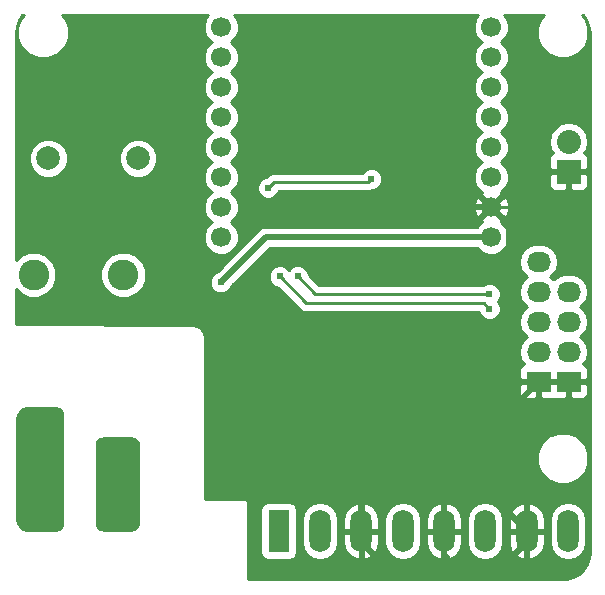
<source format=gbl>
G04 #@! TF.GenerationSoftware,KiCad,Pcbnew,(5.0.0-3-g5ebb6b6)*
G04 #@! TF.CreationDate,2018-11-06T19:13:36+00:00*
G04 #@! TF.ProjectId,stony_skunk,73746F6E795F736B756E6B2E6B696361,rev?*
G04 #@! TF.SameCoordinates,Original*
G04 #@! TF.FileFunction,Copper,L2,Bot,Signal*
G04 #@! TF.FilePolarity,Positive*
%FSLAX46Y46*%
G04 Gerber Fmt 4.6, Leading zero omitted, Abs format (unit mm)*
G04 Created by KiCad (PCBNEW (5.0.0-3-g5ebb6b6)) date Tuesday, 06 November 2018 at 19:13:36*
%MOMM*%
%LPD*%
G01*
G04 APERTURE LIST*
G04 #@! TA.AperFunction,ComponentPad*
%ADD10C,1.700000*%
G04 #@! TD*
G04 #@! TA.AperFunction,ComponentPad*
%ADD11R,1.800000X3.600000*%
G04 #@! TD*
G04 #@! TA.AperFunction,ComponentPad*
%ADD12O,1.800000X3.600000*%
G04 #@! TD*
G04 #@! TA.AperFunction,ComponentPad*
%ADD13R,2.032000X1.727200*%
G04 #@! TD*
G04 #@! TA.AperFunction,ComponentPad*
%ADD14O,2.032000X1.727200*%
G04 #@! TD*
G04 #@! TA.AperFunction,ComponentPad*
%ADD15R,2.032000X2.032000*%
G04 #@! TD*
G04 #@! TA.AperFunction,ComponentPad*
%ADD16O,2.032000X2.032000*%
G04 #@! TD*
G04 #@! TA.AperFunction,ComponentPad*
%ADD17C,2.000000*%
G04 #@! TD*
G04 #@! TA.AperFunction,ComponentPad*
%ADD18R,2.100000X3.600000*%
G04 #@! TD*
G04 #@! TA.AperFunction,ComponentPad*
%ADD19O,2.100000X3.600000*%
G04 #@! TD*
G04 #@! TA.AperFunction,ComponentPad*
%ADD20C,2.600000*%
G04 #@! TD*
G04 #@! TA.AperFunction,ViaPad*
%ADD21C,0.609600*%
G04 #@! TD*
G04 #@! TA.AperFunction,Conductor*
%ADD22C,0.508000*%
G04 #@! TD*
G04 #@! TA.AperFunction,Conductor*
%ADD23C,0.254000*%
G04 #@! TD*
G04 APERTURE END LIST*
D10*
G04 #@! TO.P,U1,1*
G04 #@! TO.N,Net-(U1-Pad1)*
X78540000Y-58890000D03*
G04 #@! TO.P,U1,2*
G04 #@! TO.N,ADC*
X78540000Y-61430000D03*
G04 #@! TO.P,U1,3*
G04 #@! TO.N,Net-(U1-Pad3)*
X78540000Y-63970000D03*
G04 #@! TO.P,U1,4*
G04 #@! TO.N,RELAY*
X78540000Y-66510000D03*
G04 #@! TO.P,U1,5*
G04 #@! TO.N,SCL*
X78540000Y-69050000D03*
G04 #@! TO.P,U1,6*
G04 #@! TO.N,SDA*
X78540000Y-71590000D03*
G04 #@! TO.P,U1,7*
G04 #@! TO.N,BUZZER*
X78540000Y-74130000D03*
G04 #@! TO.P,U1,8*
G04 #@! TO.N,+3V3*
X78540000Y-76670000D03*
G04 #@! TO.P,U1,9*
G04 #@! TO.N,+5V*
X101400000Y-76670000D03*
G04 #@! TO.P,U1,10*
G04 #@! TO.N,GND*
X101400000Y-74130000D03*
G04 #@! TO.P,U1,11*
G04 #@! TO.N,PN532_RESET*
X101400000Y-71590000D03*
G04 #@! TO.P,U1,12*
G04 #@! TO.N,GPIO0*
X101400000Y-69050000D03*
G04 #@! TO.P,U1,13*
G04 #@! TO.N,BUTTON_A*
X101400000Y-66510000D03*
G04 #@! TO.P,U1,14*
G04 #@! TO.N,BUTTON_B*
X101400000Y-63970000D03*
G04 #@! TO.P,U1,15*
G04 #@! TO.N,Net-(U1-Pad15)*
X101400000Y-61430000D03*
G04 #@! TO.P,U1,16*
G04 #@! TO.N,Net-(U1-Pad16)*
X101400000Y-58890000D03*
G04 #@! TD*
D11*
G04 #@! TO.P,P1,1*
G04 #@! TO.N,CURRENT_A*
X83400000Y-101550000D03*
D12*
G04 #@! TO.P,P1,2*
G04 #@! TO.N,CURRENT_B*
X86900000Y-101550000D03*
G04 #@! TO.P,P1,3*
G04 #@! TO.N,GND*
X90400000Y-101550000D03*
G04 #@! TO.P,P1,4*
G04 #@! TO.N,BUTTON_A*
X93900000Y-101550000D03*
G04 #@! TO.P,P1,5*
G04 #@! TO.N,GND*
X97400000Y-101550000D03*
G04 #@! TO.P,P1,6*
G04 #@! TO.N,BUTTON_B*
X100900000Y-101550000D03*
G04 #@! TO.P,P1,7*
G04 #@! TO.N,GND*
X104400000Y-101550000D03*
G04 #@! TO.P,P1,8*
G04 #@! TO.N,+5V*
X107900000Y-101550000D03*
G04 #@! TD*
D13*
G04 #@! TO.P,P2,1*
G04 #@! TO.N,GND*
X107950000Y-88900000D03*
D14*
G04 #@! TO.P,P2,2*
G04 #@! TO.N,+5V*
X107950000Y-86360000D03*
G04 #@! TO.P,P2,3*
G04 #@! TO.N,SDA*
X107950000Y-83820000D03*
G04 #@! TO.P,P2,4*
G04 #@! TO.N,SCL*
X107950000Y-81280000D03*
G04 #@! TD*
D13*
G04 #@! TO.P,P4,1*
G04 #@! TO.N,GND*
X105410000Y-88900000D03*
D14*
G04 #@! TO.P,P4,2*
G04 #@! TO.N,+5V*
X105410000Y-86360000D03*
G04 #@! TO.P,P4,3*
G04 #@! TO.N,SDA*
X105410000Y-83820000D03*
G04 #@! TO.P,P4,4*
G04 #@! TO.N,SCL*
X105410000Y-81280000D03*
G04 #@! TO.P,P4,5*
G04 #@! TO.N,PN532_RESET*
X105410000Y-78740000D03*
G04 #@! TD*
D15*
G04 #@! TO.P,P7,1*
G04 #@! TO.N,GND*
X107950000Y-71120000D03*
D16*
G04 #@! TO.P,P7,2*
G04 #@! TO.N,GPIO0*
X107950000Y-68580000D03*
G04 #@! TD*
D17*
G04 #@! TO.P,SP1,1*
G04 #@! TO.N,+5V*
X63900320Y-70000000D03*
G04 #@! TO.P,SP1,2*
G04 #@! TO.N,Net-(Q2-Pad3)*
X71500000Y-70000000D03*
G04 #@! TD*
D18*
G04 #@! TO.P,P3,1*
G04 #@! TO.N,Net-(P3-Pad1)*
X64050000Y-99550000D03*
D19*
G04 #@! TO.P,P3,2*
G04 #@! TO.N,Net-(P3-Pad2)*
X69050000Y-99550000D03*
G04 #@! TD*
D20*
G04 #@! TO.P,U2,2*
G04 #@! TO.N,Net-(D1-Pad2)*
X62650000Y-79850000D03*
G04 #@! TO.P,U2,1*
G04 #@! TO.N,+5V*
X70250000Y-79850000D03*
G04 #@! TO.P,U2,4*
G04 #@! TO.N,Net-(P3-Pad2)*
X70250000Y-95090000D03*
G04 #@! TO.P,U2,3*
G04 #@! TO.N,Net-(P3-Pad1)*
X62650000Y-92550000D03*
G04 #@! TD*
D21*
G04 #@! TO.N,+5V*
X78500000Y-80500000D03*
G04 #@! TO.N,GND*
X75500000Y-59000000D03*
X81000000Y-84500000D03*
X91200000Y-66500000D03*
G04 #@! TO.N,+3V3*
X91250000Y-71750000D03*
X82500000Y-72500000D03*
G04 #@! TO.N,SDA*
X83500000Y-80000000D03*
X101250000Y-82750000D03*
G04 #@! TO.N,SCL*
X85000000Y-80000000D03*
X101250000Y-81500000D03*
G04 #@! TD*
D22*
G04 #@! TO.N,+5V*
X78804799Y-80195201D02*
X78500000Y-80500000D01*
X82330000Y-76670000D02*
X78804799Y-80195201D01*
X101400000Y-76670000D02*
X82330000Y-76670000D01*
G04 #@! TO.N,GND*
X81000000Y-84500000D02*
X80695201Y-84195201D01*
X75500000Y-79000000D02*
X80695201Y-84195201D01*
X75500000Y-59000000D02*
X75500000Y-79000000D01*
X101400000Y-74130000D02*
X98830000Y-74130000D01*
X98830000Y-74130000D02*
X91200000Y-66500000D01*
X81304799Y-84804799D02*
X81000000Y-84500000D01*
X90400000Y-93900000D02*
X81304799Y-84804799D01*
X90400000Y-101550000D02*
X90400000Y-93900000D01*
D23*
X101400000Y-74130000D02*
X106210000Y-74130000D01*
X106210000Y-74130000D02*
X107950000Y-72390000D01*
X107950000Y-72390000D02*
X107950000Y-71120000D01*
D22*
X101400000Y-74130000D02*
X102870000Y-75600000D01*
X102870000Y-75600000D02*
X102870000Y-91440000D01*
X104400000Y-101550000D02*
X102870000Y-100020000D01*
X102870000Y-91440000D02*
X102905000Y-91405000D01*
X102905000Y-91405000D02*
X105410000Y-88900000D01*
X102870000Y-100020000D02*
X102870000Y-91440000D01*
X105410000Y-88900000D02*
X107950000Y-88900000D01*
X92950000Y-105000000D02*
X99500000Y-105000000D01*
X99500000Y-105000000D02*
X101850000Y-105000000D01*
X97400000Y-103604000D02*
X98796000Y-105000000D01*
X97400000Y-101550000D02*
X97400000Y-103604000D01*
X98796000Y-105000000D02*
X99500000Y-105000000D01*
X101850000Y-105000000D02*
X104400000Y-102450000D01*
X104400000Y-102450000D02*
X104400000Y-101550000D01*
X90400000Y-101550000D02*
X90400000Y-102450000D01*
X90400000Y-102450000D02*
X92950000Y-105000000D01*
X97400000Y-102450000D02*
X97400000Y-101550000D01*
D23*
G04 #@! TO.N,+3V3*
X82500000Y-72500000D02*
X83000000Y-72000000D01*
X83000000Y-72000000D02*
X91000000Y-72000000D01*
X91000000Y-72000000D02*
X91250000Y-71750000D01*
G04 #@! TO.N,SDA*
X101250000Y-82750000D02*
X100750000Y-82250000D01*
X100750000Y-82250000D02*
X85750000Y-82250000D01*
X85750000Y-82250000D02*
X83500000Y-80000000D01*
G04 #@! TO.N,SCL*
X101250000Y-81500000D02*
X86500000Y-81500000D01*
X86500000Y-81500000D02*
X85000000Y-80000000D01*
G04 #@! TO.N,Net-(P3-Pad1)*
X64050000Y-99550000D02*
X64050000Y-93950000D01*
X64050000Y-93950000D02*
X62650000Y-92550000D01*
G04 #@! TO.N,Net-(P3-Pad2)*
X69050000Y-99550000D02*
X69050000Y-96290000D01*
X69050000Y-96290000D02*
X70250000Y-95090000D01*
G04 #@! TD*
G04 #@! TO.N,GND*
G36*
X61597646Y-58112297D02*
X61265000Y-58915376D01*
X61265000Y-59784624D01*
X61597646Y-60587703D01*
X62212297Y-61202354D01*
X63015376Y-61535000D01*
X63884624Y-61535000D01*
X64687703Y-61202354D01*
X65302354Y-60587703D01*
X65635000Y-59784624D01*
X65635000Y-58915376D01*
X65302354Y-58112297D01*
X65067057Y-57877000D01*
X77452893Y-57877000D01*
X77281078Y-58048815D01*
X77055000Y-58594615D01*
X77055000Y-59185385D01*
X77281078Y-59731185D01*
X77698815Y-60148922D01*
X77725560Y-60160000D01*
X77698815Y-60171078D01*
X77281078Y-60588815D01*
X77055000Y-61134615D01*
X77055000Y-61725385D01*
X77281078Y-62271185D01*
X77698815Y-62688922D01*
X77725560Y-62700000D01*
X77698815Y-62711078D01*
X77281078Y-63128815D01*
X77055000Y-63674615D01*
X77055000Y-64265385D01*
X77281078Y-64811185D01*
X77698815Y-65228922D01*
X77725560Y-65240000D01*
X77698815Y-65251078D01*
X77281078Y-65668815D01*
X77055000Y-66214615D01*
X77055000Y-66805385D01*
X77281078Y-67351185D01*
X77698815Y-67768922D01*
X77725560Y-67780000D01*
X77698815Y-67791078D01*
X77281078Y-68208815D01*
X77055000Y-68754615D01*
X77055000Y-69345385D01*
X77281078Y-69891185D01*
X77698815Y-70308922D01*
X77725560Y-70320000D01*
X77698815Y-70331078D01*
X77281078Y-70748815D01*
X77055000Y-71294615D01*
X77055000Y-71885385D01*
X77281078Y-72431185D01*
X77698815Y-72848922D01*
X77725560Y-72860000D01*
X77698815Y-72871078D01*
X77281078Y-73288815D01*
X77055000Y-73834615D01*
X77055000Y-74425385D01*
X77281078Y-74971185D01*
X77698815Y-75388922D01*
X77725560Y-75400000D01*
X77698815Y-75411078D01*
X77281078Y-75828815D01*
X77055000Y-76374615D01*
X77055000Y-76965385D01*
X77281078Y-77511185D01*
X77698815Y-77928922D01*
X78244615Y-78155000D01*
X78835385Y-78155000D01*
X79381185Y-77928922D01*
X79798922Y-77511185D01*
X80025000Y-76965385D01*
X80025000Y-76374615D01*
X79798922Y-75828815D01*
X79381185Y-75411078D01*
X79354440Y-75400000D01*
X79381185Y-75388922D01*
X79798922Y-74971185D01*
X80025000Y-74425385D01*
X80025000Y-73901279D01*
X99903282Y-73901279D01*
X99929685Y-74491458D01*
X100104741Y-74914080D01*
X100356042Y-74994353D01*
X101220395Y-74130000D01*
X101579605Y-74130000D01*
X102443958Y-74994353D01*
X102695259Y-74914080D01*
X102896718Y-74358721D01*
X102870315Y-73768542D01*
X102695259Y-73345920D01*
X102443958Y-73265647D01*
X101579605Y-74130000D01*
X101220395Y-74130000D01*
X100356042Y-73265647D01*
X100104741Y-73345920D01*
X99903282Y-73901279D01*
X80025000Y-73901279D01*
X80025000Y-73834615D01*
X79798922Y-73288815D01*
X79381185Y-72871078D01*
X79354440Y-72860000D01*
X79381185Y-72848922D01*
X79798922Y-72431185D01*
X79847850Y-72313062D01*
X81560200Y-72313062D01*
X81560200Y-72686938D01*
X81703276Y-73032354D01*
X81967646Y-73296724D01*
X82313062Y-73439800D01*
X82686938Y-73439800D01*
X83032354Y-73296724D01*
X83296724Y-73032354D01*
X83408708Y-72762000D01*
X90924957Y-72762000D01*
X91000000Y-72776927D01*
X91075043Y-72762000D01*
X91075048Y-72762000D01*
X91297317Y-72717788D01*
X91339204Y-72689800D01*
X91436938Y-72689800D01*
X91782354Y-72546724D01*
X92046724Y-72282354D01*
X92189800Y-71936938D01*
X92189800Y-71563062D01*
X92046724Y-71217646D01*
X91782354Y-70953276D01*
X91436938Y-70810200D01*
X91063062Y-70810200D01*
X90717646Y-70953276D01*
X90453276Y-71217646D01*
X90444845Y-71238000D01*
X83075047Y-71238000D01*
X83000000Y-71223072D01*
X82924953Y-71238000D01*
X82924952Y-71238000D01*
X82702683Y-71282212D01*
X82450629Y-71450629D01*
X82408118Y-71514251D01*
X82362169Y-71560200D01*
X82313062Y-71560200D01*
X81967646Y-71703276D01*
X81703276Y-71967646D01*
X81560200Y-72313062D01*
X79847850Y-72313062D01*
X80025000Y-71885385D01*
X80025000Y-71294615D01*
X79798922Y-70748815D01*
X79381185Y-70331078D01*
X79354440Y-70320000D01*
X79381185Y-70308922D01*
X79798922Y-69891185D01*
X80025000Y-69345385D01*
X80025000Y-68754615D01*
X79798922Y-68208815D01*
X79381185Y-67791078D01*
X79354440Y-67780000D01*
X79381185Y-67768922D01*
X79798922Y-67351185D01*
X80025000Y-66805385D01*
X80025000Y-66214615D01*
X79798922Y-65668815D01*
X79381185Y-65251078D01*
X79354440Y-65240000D01*
X79381185Y-65228922D01*
X79798922Y-64811185D01*
X80025000Y-64265385D01*
X80025000Y-63674615D01*
X79798922Y-63128815D01*
X79381185Y-62711078D01*
X79354440Y-62700000D01*
X79381185Y-62688922D01*
X79798922Y-62271185D01*
X80025000Y-61725385D01*
X80025000Y-61134615D01*
X79798922Y-60588815D01*
X79381185Y-60171078D01*
X79354440Y-60160000D01*
X79381185Y-60148922D01*
X79798922Y-59731185D01*
X80025000Y-59185385D01*
X80025000Y-58594615D01*
X79798922Y-58048815D01*
X79627107Y-57877000D01*
X100312893Y-57877000D01*
X100141078Y-58048815D01*
X99915000Y-58594615D01*
X99915000Y-59185385D01*
X100141078Y-59731185D01*
X100558815Y-60148922D01*
X100585560Y-60160000D01*
X100558815Y-60171078D01*
X100141078Y-60588815D01*
X99915000Y-61134615D01*
X99915000Y-61725385D01*
X100141078Y-62271185D01*
X100558815Y-62688922D01*
X100585560Y-62700000D01*
X100558815Y-62711078D01*
X100141078Y-63128815D01*
X99915000Y-63674615D01*
X99915000Y-64265385D01*
X100141078Y-64811185D01*
X100558815Y-65228922D01*
X100585560Y-65240000D01*
X100558815Y-65251078D01*
X100141078Y-65668815D01*
X99915000Y-66214615D01*
X99915000Y-66805385D01*
X100141078Y-67351185D01*
X100558815Y-67768922D01*
X100585560Y-67780000D01*
X100558815Y-67791078D01*
X100141078Y-68208815D01*
X99915000Y-68754615D01*
X99915000Y-69345385D01*
X100141078Y-69891185D01*
X100558815Y-70308922D01*
X100585560Y-70320000D01*
X100558815Y-70331078D01*
X100141078Y-70748815D01*
X99915000Y-71294615D01*
X99915000Y-71885385D01*
X100141078Y-72431185D01*
X100558815Y-72848922D01*
X100605247Y-72868155D01*
X100535647Y-73086042D01*
X101400000Y-73950395D01*
X102264353Y-73086042D01*
X102194753Y-72868155D01*
X102241185Y-72848922D01*
X102658922Y-72431185D01*
X102885000Y-71885385D01*
X102885000Y-71405750D01*
X106299000Y-71405750D01*
X106299000Y-72262310D01*
X106395673Y-72495699D01*
X106574302Y-72674327D01*
X106807691Y-72771000D01*
X107664250Y-72771000D01*
X107823000Y-72612250D01*
X107823000Y-71247000D01*
X108077000Y-71247000D01*
X108077000Y-72612250D01*
X108235750Y-72771000D01*
X109092309Y-72771000D01*
X109325698Y-72674327D01*
X109504327Y-72495699D01*
X109601000Y-72262310D01*
X109601000Y-71405750D01*
X109442250Y-71247000D01*
X108077000Y-71247000D01*
X107823000Y-71247000D01*
X106457750Y-71247000D01*
X106299000Y-71405750D01*
X102885000Y-71405750D01*
X102885000Y-71294615D01*
X102658922Y-70748815D01*
X102241185Y-70331078D01*
X102214440Y-70320000D01*
X102241185Y-70308922D01*
X102658922Y-69891185D01*
X102885000Y-69345385D01*
X102885000Y-68754615D01*
X102812673Y-68580000D01*
X106266655Y-68580000D01*
X106394792Y-69224188D01*
X106612416Y-69549886D01*
X106574302Y-69565673D01*
X106395673Y-69744301D01*
X106299000Y-69977690D01*
X106299000Y-70834250D01*
X106457750Y-70993000D01*
X107823000Y-70993000D01*
X107823000Y-70973000D01*
X108077000Y-70973000D01*
X108077000Y-70993000D01*
X109442250Y-70993000D01*
X109601000Y-70834250D01*
X109601000Y-69977690D01*
X109504327Y-69744301D01*
X109325698Y-69565673D01*
X109287584Y-69549886D01*
X109505208Y-69224188D01*
X109633345Y-68580000D01*
X109505208Y-67935812D01*
X109140305Y-67389695D01*
X108594188Y-67024792D01*
X108112609Y-66929000D01*
X107787391Y-66929000D01*
X107305812Y-67024792D01*
X106759695Y-67389695D01*
X106394792Y-67935812D01*
X106266655Y-68580000D01*
X102812673Y-68580000D01*
X102658922Y-68208815D01*
X102241185Y-67791078D01*
X102214440Y-67780000D01*
X102241185Y-67768922D01*
X102658922Y-67351185D01*
X102885000Y-66805385D01*
X102885000Y-66214615D01*
X102658922Y-65668815D01*
X102241185Y-65251078D01*
X102214440Y-65240000D01*
X102241185Y-65228922D01*
X102658922Y-64811185D01*
X102885000Y-64265385D01*
X102885000Y-63674615D01*
X102658922Y-63128815D01*
X102241185Y-62711078D01*
X102214440Y-62700000D01*
X102241185Y-62688922D01*
X102658922Y-62271185D01*
X102885000Y-61725385D01*
X102885000Y-61134615D01*
X102658922Y-60588815D01*
X102241185Y-60171078D01*
X102214440Y-60160000D01*
X102241185Y-60148922D01*
X102658922Y-59731185D01*
X102885000Y-59185385D01*
X102885000Y-58594615D01*
X102658922Y-58048815D01*
X102487107Y-57877000D01*
X105832943Y-57877000D01*
X105597646Y-58112297D01*
X105265000Y-58915376D01*
X105265000Y-59784624D01*
X105597646Y-60587703D01*
X106212297Y-61202354D01*
X107015376Y-61535000D01*
X107884624Y-61535000D01*
X108687703Y-61202354D01*
X109302354Y-60587703D01*
X109635000Y-59784624D01*
X109635000Y-58915376D01*
X109302354Y-58112297D01*
X109067057Y-57877000D01*
X109181193Y-57877000D01*
X109279823Y-57981116D01*
X109545658Y-58438784D01*
X109701892Y-58954629D01*
X109740000Y-59381618D01*
X109740001Y-103308744D01*
X109673900Y-103875708D01*
X109493315Y-104373212D01*
X109203118Y-104815834D01*
X108818884Y-105179823D01*
X108361216Y-105445658D01*
X107845371Y-105601892D01*
X107418382Y-105640000D01*
X80777000Y-105640000D01*
X80777000Y-99750000D01*
X81852560Y-99750000D01*
X81852560Y-103350000D01*
X81901843Y-103597765D01*
X82042191Y-103807809D01*
X82252235Y-103948157D01*
X82500000Y-103997440D01*
X84300000Y-103997440D01*
X84547765Y-103948157D01*
X84757809Y-103807809D01*
X84898157Y-103597765D01*
X84947440Y-103350000D01*
X84947440Y-100498819D01*
X85365000Y-100498819D01*
X85365001Y-102601182D01*
X85454063Y-103048927D01*
X85793328Y-103556673D01*
X86301074Y-103895938D01*
X86900000Y-104015072D01*
X87498927Y-103895938D01*
X88006673Y-103556673D01*
X88345938Y-103048927D01*
X88435000Y-102601182D01*
X88435000Y-101677000D01*
X88865000Y-101677000D01*
X88865000Y-102577000D01*
X89030446Y-103154752D01*
X89404394Y-103625212D01*
X89929914Y-103916756D01*
X90035260Y-103941036D01*
X90273000Y-103820378D01*
X90273000Y-101677000D01*
X90527000Y-101677000D01*
X90527000Y-103820378D01*
X90764740Y-103941036D01*
X90870086Y-103916756D01*
X91395606Y-103625212D01*
X91769554Y-103154752D01*
X91935000Y-102577000D01*
X91935000Y-101677000D01*
X90527000Y-101677000D01*
X90273000Y-101677000D01*
X88865000Y-101677000D01*
X88435000Y-101677000D01*
X88435000Y-100523000D01*
X88865000Y-100523000D01*
X88865000Y-101423000D01*
X90273000Y-101423000D01*
X90273000Y-99279622D01*
X90527000Y-99279622D01*
X90527000Y-101423000D01*
X91935000Y-101423000D01*
X91935000Y-100523000D01*
X91928076Y-100498819D01*
X92365000Y-100498819D01*
X92365001Y-102601182D01*
X92454063Y-103048927D01*
X92793328Y-103556673D01*
X93301074Y-103895938D01*
X93900000Y-104015072D01*
X94498927Y-103895938D01*
X95006673Y-103556673D01*
X95345938Y-103048927D01*
X95435000Y-102601182D01*
X95435000Y-101677000D01*
X95865000Y-101677000D01*
X95865000Y-102577000D01*
X96030446Y-103154752D01*
X96404394Y-103625212D01*
X96929914Y-103916756D01*
X97035260Y-103941036D01*
X97273000Y-103820378D01*
X97273000Y-101677000D01*
X97527000Y-101677000D01*
X97527000Y-103820378D01*
X97764740Y-103941036D01*
X97870086Y-103916756D01*
X98395606Y-103625212D01*
X98769554Y-103154752D01*
X98935000Y-102577000D01*
X98935000Y-101677000D01*
X97527000Y-101677000D01*
X97273000Y-101677000D01*
X95865000Y-101677000D01*
X95435000Y-101677000D01*
X95435000Y-100523000D01*
X95865000Y-100523000D01*
X95865000Y-101423000D01*
X97273000Y-101423000D01*
X97273000Y-99279622D01*
X97527000Y-99279622D01*
X97527000Y-101423000D01*
X98935000Y-101423000D01*
X98935000Y-100523000D01*
X98928076Y-100498819D01*
X99365000Y-100498819D01*
X99365001Y-102601182D01*
X99454063Y-103048927D01*
X99793328Y-103556673D01*
X100301074Y-103895938D01*
X100900000Y-104015072D01*
X101498927Y-103895938D01*
X102006673Y-103556673D01*
X102345938Y-103048927D01*
X102435000Y-102601182D01*
X102435000Y-101677000D01*
X102865000Y-101677000D01*
X102865000Y-102577000D01*
X103030446Y-103154752D01*
X103404394Y-103625212D01*
X103929914Y-103916756D01*
X104035260Y-103941036D01*
X104273000Y-103820378D01*
X104273000Y-101677000D01*
X104527000Y-101677000D01*
X104527000Y-103820378D01*
X104764740Y-103941036D01*
X104870086Y-103916756D01*
X105395606Y-103625212D01*
X105769554Y-103154752D01*
X105935000Y-102577000D01*
X105935000Y-101677000D01*
X104527000Y-101677000D01*
X104273000Y-101677000D01*
X102865000Y-101677000D01*
X102435000Y-101677000D01*
X102435000Y-100523000D01*
X102865000Y-100523000D01*
X102865000Y-101423000D01*
X104273000Y-101423000D01*
X104273000Y-99279622D01*
X104527000Y-99279622D01*
X104527000Y-101423000D01*
X105935000Y-101423000D01*
X105935000Y-100523000D01*
X105928076Y-100498819D01*
X106365000Y-100498819D01*
X106365001Y-102601182D01*
X106454063Y-103048927D01*
X106793328Y-103556673D01*
X107301074Y-103895938D01*
X107900000Y-104015072D01*
X108498927Y-103895938D01*
X109006673Y-103556673D01*
X109345938Y-103048927D01*
X109435000Y-102601182D01*
X109435000Y-100498818D01*
X109345938Y-100051073D01*
X109006673Y-99543327D01*
X108498926Y-99204062D01*
X107900000Y-99084928D01*
X107301073Y-99204062D01*
X106793327Y-99543327D01*
X106454062Y-100051074D01*
X106365000Y-100498819D01*
X105928076Y-100498819D01*
X105769554Y-99945248D01*
X105395606Y-99474788D01*
X104870086Y-99183244D01*
X104764740Y-99158964D01*
X104527000Y-99279622D01*
X104273000Y-99279622D01*
X104035260Y-99158964D01*
X103929914Y-99183244D01*
X103404394Y-99474788D01*
X103030446Y-99945248D01*
X102865000Y-100523000D01*
X102435000Y-100523000D01*
X102435000Y-100498818D01*
X102345938Y-100051073D01*
X102006673Y-99543327D01*
X101498926Y-99204062D01*
X100900000Y-99084928D01*
X100301073Y-99204062D01*
X99793327Y-99543327D01*
X99454062Y-100051074D01*
X99365000Y-100498819D01*
X98928076Y-100498819D01*
X98769554Y-99945248D01*
X98395606Y-99474788D01*
X97870086Y-99183244D01*
X97764740Y-99158964D01*
X97527000Y-99279622D01*
X97273000Y-99279622D01*
X97035260Y-99158964D01*
X96929914Y-99183244D01*
X96404394Y-99474788D01*
X96030446Y-99945248D01*
X95865000Y-100523000D01*
X95435000Y-100523000D01*
X95435000Y-100498818D01*
X95345938Y-100051073D01*
X95006673Y-99543327D01*
X94498926Y-99204062D01*
X93900000Y-99084928D01*
X93301073Y-99204062D01*
X92793327Y-99543327D01*
X92454062Y-100051074D01*
X92365000Y-100498819D01*
X91928076Y-100498819D01*
X91769554Y-99945248D01*
X91395606Y-99474788D01*
X90870086Y-99183244D01*
X90764740Y-99158964D01*
X90527000Y-99279622D01*
X90273000Y-99279622D01*
X90035260Y-99158964D01*
X89929914Y-99183244D01*
X89404394Y-99474788D01*
X89030446Y-99945248D01*
X88865000Y-100523000D01*
X88435000Y-100523000D01*
X88435000Y-100498818D01*
X88345938Y-100051073D01*
X88006673Y-99543327D01*
X87498926Y-99204062D01*
X86900000Y-99084928D01*
X86301073Y-99204062D01*
X85793327Y-99543327D01*
X85454062Y-100051074D01*
X85365000Y-100498819D01*
X84947440Y-100498819D01*
X84947440Y-99750000D01*
X84898157Y-99502235D01*
X84757809Y-99292191D01*
X84547765Y-99151843D01*
X84300000Y-99102560D01*
X82500000Y-99102560D01*
X82252235Y-99151843D01*
X82042191Y-99292191D01*
X81901843Y-99502235D01*
X81852560Y-99750000D01*
X80777000Y-99750000D01*
X80777000Y-99000000D01*
X80767333Y-98951399D01*
X80739803Y-98910197D01*
X80698601Y-98882667D01*
X80650000Y-98873000D01*
X77190600Y-98873000D01*
X77190600Y-94965376D01*
X105265000Y-94965376D01*
X105265000Y-95834624D01*
X105597646Y-96637703D01*
X106212297Y-97252354D01*
X107015376Y-97585000D01*
X107884624Y-97585000D01*
X108687703Y-97252354D01*
X109302354Y-96637703D01*
X109635000Y-95834624D01*
X109635000Y-94965376D01*
X109302354Y-94162297D01*
X108687703Y-93547646D01*
X107884624Y-93215000D01*
X107015376Y-93215000D01*
X106212297Y-93547646D01*
X105597646Y-94162297D01*
X105265000Y-94965376D01*
X77190600Y-94965376D01*
X77190600Y-89185750D01*
X103759000Y-89185750D01*
X103759000Y-89889910D01*
X103855673Y-90123299D01*
X104034302Y-90301927D01*
X104267691Y-90398600D01*
X105124250Y-90398600D01*
X105283000Y-90239850D01*
X105283000Y-89027000D01*
X105537000Y-89027000D01*
X105537000Y-90239850D01*
X105695750Y-90398600D01*
X106552309Y-90398600D01*
X106680000Y-90345709D01*
X106807691Y-90398600D01*
X107664250Y-90398600D01*
X107823000Y-90239850D01*
X107823000Y-89027000D01*
X108077000Y-89027000D01*
X108077000Y-90239850D01*
X108235750Y-90398600D01*
X109092309Y-90398600D01*
X109325698Y-90301927D01*
X109504327Y-90123299D01*
X109601000Y-89889910D01*
X109601000Y-89185750D01*
X109442250Y-89027000D01*
X108077000Y-89027000D01*
X107823000Y-89027000D01*
X105537000Y-89027000D01*
X105283000Y-89027000D01*
X103917750Y-89027000D01*
X103759000Y-89185750D01*
X77190600Y-89185750D01*
X77190600Y-85199245D01*
X77188165Y-85174496D01*
X77112213Y-84792218D01*
X77093291Y-84746479D01*
X76926221Y-84496084D01*
X76917333Y-84451399D01*
X76889803Y-84410197D01*
X76848601Y-84382667D01*
X76829501Y-84378868D01*
X76518173Y-84170351D01*
X76472468Y-84151349D01*
X76090325Y-84074725D01*
X76065580Y-84072246D01*
X61260957Y-84046240D01*
X61160000Y-84025997D01*
X61160000Y-81096504D01*
X61553910Y-81490414D01*
X62265105Y-81785000D01*
X63034895Y-81785000D01*
X63746090Y-81490414D01*
X64290414Y-80946090D01*
X64585000Y-80234895D01*
X64585000Y-79465105D01*
X68315000Y-79465105D01*
X68315000Y-80234895D01*
X68609586Y-80946090D01*
X69153910Y-81490414D01*
X69865105Y-81785000D01*
X70634895Y-81785000D01*
X71346090Y-81490414D01*
X71890414Y-80946090D01*
X72152622Y-80313062D01*
X77560200Y-80313062D01*
X77560200Y-80686938D01*
X77703276Y-81032354D01*
X77967646Y-81296724D01*
X78313062Y-81439800D01*
X78686938Y-81439800D01*
X79032354Y-81296724D01*
X79296724Y-81032354D01*
X79347525Y-80909710D01*
X79495328Y-80761907D01*
X80444173Y-79813062D01*
X82560200Y-79813062D01*
X82560200Y-80186938D01*
X82703276Y-80532354D01*
X82967646Y-80796724D01*
X83313062Y-80939800D01*
X83362170Y-80939800D01*
X85158117Y-82735748D01*
X85200629Y-82799371D01*
X85452683Y-82967788D01*
X85674952Y-83012000D01*
X85674953Y-83012000D01*
X85750000Y-83026928D01*
X85825047Y-83012000D01*
X100341292Y-83012000D01*
X100453276Y-83282354D01*
X100717646Y-83546724D01*
X101063062Y-83689800D01*
X101436938Y-83689800D01*
X101782354Y-83546724D01*
X102046724Y-83282354D01*
X102189800Y-82936938D01*
X102189800Y-82563062D01*
X102046724Y-82217646D01*
X101954078Y-82125000D01*
X102046724Y-82032354D01*
X102189800Y-81686938D01*
X102189800Y-81313062D01*
X102046724Y-80967646D01*
X101782354Y-80703276D01*
X101436938Y-80560200D01*
X101063062Y-80560200D01*
X100717646Y-80703276D01*
X100682922Y-80738000D01*
X86815631Y-80738000D01*
X85939800Y-79862170D01*
X85939800Y-79813062D01*
X85796724Y-79467646D01*
X85532354Y-79203276D01*
X85186938Y-79060200D01*
X84813062Y-79060200D01*
X84467646Y-79203276D01*
X84250000Y-79420922D01*
X84032354Y-79203276D01*
X83686938Y-79060200D01*
X83313062Y-79060200D01*
X82967646Y-79203276D01*
X82703276Y-79467646D01*
X82560200Y-79813062D01*
X80444173Y-79813062D01*
X81517235Y-78740000D01*
X103729641Y-78740000D01*
X103845950Y-79324725D01*
X104177170Y-79820430D01*
X104460881Y-80010000D01*
X104177170Y-80199570D01*
X103845950Y-80695275D01*
X103729641Y-81280000D01*
X103845950Y-81864725D01*
X104177170Y-82360430D01*
X104460881Y-82550000D01*
X104177170Y-82739570D01*
X103845950Y-83235275D01*
X103729641Y-83820000D01*
X103845950Y-84404725D01*
X104177170Y-84900430D01*
X104460881Y-85090000D01*
X104177170Y-85279570D01*
X103845950Y-85775275D01*
X103729641Y-86360000D01*
X103845950Y-86944725D01*
X104176367Y-87439228D01*
X104034302Y-87498073D01*
X103855673Y-87676701D01*
X103759000Y-87910090D01*
X103759000Y-88614250D01*
X103917750Y-88773000D01*
X105283000Y-88773000D01*
X105283000Y-88753000D01*
X105537000Y-88753000D01*
X105537000Y-88773000D01*
X107823000Y-88773000D01*
X107823000Y-88753000D01*
X108077000Y-88753000D01*
X108077000Y-88773000D01*
X109442250Y-88773000D01*
X109601000Y-88614250D01*
X109601000Y-87910090D01*
X109504327Y-87676701D01*
X109325698Y-87498073D01*
X109183633Y-87439228D01*
X109514050Y-86944725D01*
X109630359Y-86360000D01*
X109514050Y-85775275D01*
X109182830Y-85279570D01*
X108899119Y-85090000D01*
X109182830Y-84900430D01*
X109514050Y-84404725D01*
X109630359Y-83820000D01*
X109514050Y-83235275D01*
X109182830Y-82739570D01*
X108899119Y-82550000D01*
X109182830Y-82360430D01*
X109514050Y-81864725D01*
X109630359Y-81280000D01*
X109514050Y-80695275D01*
X109182830Y-80199570D01*
X108687125Y-79868350D01*
X108249998Y-79781400D01*
X107650002Y-79781400D01*
X107212875Y-79868350D01*
X106717170Y-80199570D01*
X106680000Y-80255199D01*
X106642830Y-80199570D01*
X106359119Y-80010000D01*
X106642830Y-79820430D01*
X106974050Y-79324725D01*
X107090359Y-78740000D01*
X106974050Y-78155275D01*
X106642830Y-77659570D01*
X106147125Y-77328350D01*
X105709998Y-77241400D01*
X105110002Y-77241400D01*
X104672875Y-77328350D01*
X104177170Y-77659570D01*
X103845950Y-78155275D01*
X103729641Y-78740000D01*
X81517235Y-78740000D01*
X82698236Y-77559000D01*
X100188893Y-77559000D01*
X100558815Y-77928922D01*
X101104615Y-78155000D01*
X101695385Y-78155000D01*
X102241185Y-77928922D01*
X102658922Y-77511185D01*
X102885000Y-76965385D01*
X102885000Y-76374615D01*
X102658922Y-75828815D01*
X102241185Y-75411078D01*
X102194753Y-75391845D01*
X102264353Y-75173958D01*
X101400000Y-74309605D01*
X100535647Y-75173958D01*
X100605247Y-75391845D01*
X100558815Y-75411078D01*
X100188893Y-75781000D01*
X82417554Y-75781000D01*
X82329999Y-75763584D01*
X82242444Y-75781000D01*
X81983130Y-75832581D01*
X81689067Y-76029067D01*
X81639471Y-76103293D01*
X78238093Y-79504672D01*
X78090290Y-79652475D01*
X77967646Y-79703276D01*
X77703276Y-79967646D01*
X77560200Y-80313062D01*
X72152622Y-80313062D01*
X72185000Y-80234895D01*
X72185000Y-79465105D01*
X71890414Y-78753910D01*
X71346090Y-78209586D01*
X70634895Y-77915000D01*
X69865105Y-77915000D01*
X69153910Y-78209586D01*
X68609586Y-78753910D01*
X68315000Y-79465105D01*
X64585000Y-79465105D01*
X64290414Y-78753910D01*
X63746090Y-78209586D01*
X63034895Y-77915000D01*
X62265105Y-77915000D01*
X61553910Y-78209586D01*
X61160000Y-78603496D01*
X61160000Y-69674778D01*
X62265320Y-69674778D01*
X62265320Y-70325222D01*
X62514234Y-70926153D01*
X62974167Y-71386086D01*
X63575098Y-71635000D01*
X64225542Y-71635000D01*
X64826473Y-71386086D01*
X65286406Y-70926153D01*
X65535320Y-70325222D01*
X65535320Y-69674778D01*
X69865000Y-69674778D01*
X69865000Y-70325222D01*
X70113914Y-70926153D01*
X70573847Y-71386086D01*
X71174778Y-71635000D01*
X71825222Y-71635000D01*
X72426153Y-71386086D01*
X72886086Y-70926153D01*
X73135000Y-70325222D01*
X73135000Y-69674778D01*
X72886086Y-69073847D01*
X72426153Y-68613914D01*
X71825222Y-68365000D01*
X71174778Y-68365000D01*
X70573847Y-68613914D01*
X70113914Y-69073847D01*
X69865000Y-69674778D01*
X65535320Y-69674778D01*
X65286406Y-69073847D01*
X64826473Y-68613914D01*
X64225542Y-68365000D01*
X63575098Y-68365000D01*
X62974167Y-68613914D01*
X62514234Y-69073847D01*
X62265320Y-69674778D01*
X61160000Y-69674778D01*
X61160000Y-59391247D01*
X61226100Y-58824292D01*
X61406685Y-58326788D01*
X61696881Y-57884165D01*
X61704445Y-57877000D01*
X61832943Y-57877000D01*
X61597646Y-58112297D01*
X61597646Y-58112297D01*
G37*
X61597646Y-58112297D02*
X61265000Y-58915376D01*
X61265000Y-59784624D01*
X61597646Y-60587703D01*
X62212297Y-61202354D01*
X63015376Y-61535000D01*
X63884624Y-61535000D01*
X64687703Y-61202354D01*
X65302354Y-60587703D01*
X65635000Y-59784624D01*
X65635000Y-58915376D01*
X65302354Y-58112297D01*
X65067057Y-57877000D01*
X77452893Y-57877000D01*
X77281078Y-58048815D01*
X77055000Y-58594615D01*
X77055000Y-59185385D01*
X77281078Y-59731185D01*
X77698815Y-60148922D01*
X77725560Y-60160000D01*
X77698815Y-60171078D01*
X77281078Y-60588815D01*
X77055000Y-61134615D01*
X77055000Y-61725385D01*
X77281078Y-62271185D01*
X77698815Y-62688922D01*
X77725560Y-62700000D01*
X77698815Y-62711078D01*
X77281078Y-63128815D01*
X77055000Y-63674615D01*
X77055000Y-64265385D01*
X77281078Y-64811185D01*
X77698815Y-65228922D01*
X77725560Y-65240000D01*
X77698815Y-65251078D01*
X77281078Y-65668815D01*
X77055000Y-66214615D01*
X77055000Y-66805385D01*
X77281078Y-67351185D01*
X77698815Y-67768922D01*
X77725560Y-67780000D01*
X77698815Y-67791078D01*
X77281078Y-68208815D01*
X77055000Y-68754615D01*
X77055000Y-69345385D01*
X77281078Y-69891185D01*
X77698815Y-70308922D01*
X77725560Y-70320000D01*
X77698815Y-70331078D01*
X77281078Y-70748815D01*
X77055000Y-71294615D01*
X77055000Y-71885385D01*
X77281078Y-72431185D01*
X77698815Y-72848922D01*
X77725560Y-72860000D01*
X77698815Y-72871078D01*
X77281078Y-73288815D01*
X77055000Y-73834615D01*
X77055000Y-74425385D01*
X77281078Y-74971185D01*
X77698815Y-75388922D01*
X77725560Y-75400000D01*
X77698815Y-75411078D01*
X77281078Y-75828815D01*
X77055000Y-76374615D01*
X77055000Y-76965385D01*
X77281078Y-77511185D01*
X77698815Y-77928922D01*
X78244615Y-78155000D01*
X78835385Y-78155000D01*
X79381185Y-77928922D01*
X79798922Y-77511185D01*
X80025000Y-76965385D01*
X80025000Y-76374615D01*
X79798922Y-75828815D01*
X79381185Y-75411078D01*
X79354440Y-75400000D01*
X79381185Y-75388922D01*
X79798922Y-74971185D01*
X80025000Y-74425385D01*
X80025000Y-73901279D01*
X99903282Y-73901279D01*
X99929685Y-74491458D01*
X100104741Y-74914080D01*
X100356042Y-74994353D01*
X101220395Y-74130000D01*
X101579605Y-74130000D01*
X102443958Y-74994353D01*
X102695259Y-74914080D01*
X102896718Y-74358721D01*
X102870315Y-73768542D01*
X102695259Y-73345920D01*
X102443958Y-73265647D01*
X101579605Y-74130000D01*
X101220395Y-74130000D01*
X100356042Y-73265647D01*
X100104741Y-73345920D01*
X99903282Y-73901279D01*
X80025000Y-73901279D01*
X80025000Y-73834615D01*
X79798922Y-73288815D01*
X79381185Y-72871078D01*
X79354440Y-72860000D01*
X79381185Y-72848922D01*
X79798922Y-72431185D01*
X79847850Y-72313062D01*
X81560200Y-72313062D01*
X81560200Y-72686938D01*
X81703276Y-73032354D01*
X81967646Y-73296724D01*
X82313062Y-73439800D01*
X82686938Y-73439800D01*
X83032354Y-73296724D01*
X83296724Y-73032354D01*
X83408708Y-72762000D01*
X90924957Y-72762000D01*
X91000000Y-72776927D01*
X91075043Y-72762000D01*
X91075048Y-72762000D01*
X91297317Y-72717788D01*
X91339204Y-72689800D01*
X91436938Y-72689800D01*
X91782354Y-72546724D01*
X92046724Y-72282354D01*
X92189800Y-71936938D01*
X92189800Y-71563062D01*
X92046724Y-71217646D01*
X91782354Y-70953276D01*
X91436938Y-70810200D01*
X91063062Y-70810200D01*
X90717646Y-70953276D01*
X90453276Y-71217646D01*
X90444845Y-71238000D01*
X83075047Y-71238000D01*
X83000000Y-71223072D01*
X82924953Y-71238000D01*
X82924952Y-71238000D01*
X82702683Y-71282212D01*
X82450629Y-71450629D01*
X82408118Y-71514251D01*
X82362169Y-71560200D01*
X82313062Y-71560200D01*
X81967646Y-71703276D01*
X81703276Y-71967646D01*
X81560200Y-72313062D01*
X79847850Y-72313062D01*
X80025000Y-71885385D01*
X80025000Y-71294615D01*
X79798922Y-70748815D01*
X79381185Y-70331078D01*
X79354440Y-70320000D01*
X79381185Y-70308922D01*
X79798922Y-69891185D01*
X80025000Y-69345385D01*
X80025000Y-68754615D01*
X79798922Y-68208815D01*
X79381185Y-67791078D01*
X79354440Y-67780000D01*
X79381185Y-67768922D01*
X79798922Y-67351185D01*
X80025000Y-66805385D01*
X80025000Y-66214615D01*
X79798922Y-65668815D01*
X79381185Y-65251078D01*
X79354440Y-65240000D01*
X79381185Y-65228922D01*
X79798922Y-64811185D01*
X80025000Y-64265385D01*
X80025000Y-63674615D01*
X79798922Y-63128815D01*
X79381185Y-62711078D01*
X79354440Y-62700000D01*
X79381185Y-62688922D01*
X79798922Y-62271185D01*
X80025000Y-61725385D01*
X80025000Y-61134615D01*
X79798922Y-60588815D01*
X79381185Y-60171078D01*
X79354440Y-60160000D01*
X79381185Y-60148922D01*
X79798922Y-59731185D01*
X80025000Y-59185385D01*
X80025000Y-58594615D01*
X79798922Y-58048815D01*
X79627107Y-57877000D01*
X100312893Y-57877000D01*
X100141078Y-58048815D01*
X99915000Y-58594615D01*
X99915000Y-59185385D01*
X100141078Y-59731185D01*
X100558815Y-60148922D01*
X100585560Y-60160000D01*
X100558815Y-60171078D01*
X100141078Y-60588815D01*
X99915000Y-61134615D01*
X99915000Y-61725385D01*
X100141078Y-62271185D01*
X100558815Y-62688922D01*
X100585560Y-62700000D01*
X100558815Y-62711078D01*
X100141078Y-63128815D01*
X99915000Y-63674615D01*
X99915000Y-64265385D01*
X100141078Y-64811185D01*
X100558815Y-65228922D01*
X100585560Y-65240000D01*
X100558815Y-65251078D01*
X100141078Y-65668815D01*
X99915000Y-66214615D01*
X99915000Y-66805385D01*
X100141078Y-67351185D01*
X100558815Y-67768922D01*
X100585560Y-67780000D01*
X100558815Y-67791078D01*
X100141078Y-68208815D01*
X99915000Y-68754615D01*
X99915000Y-69345385D01*
X100141078Y-69891185D01*
X100558815Y-70308922D01*
X100585560Y-70320000D01*
X100558815Y-70331078D01*
X100141078Y-70748815D01*
X99915000Y-71294615D01*
X99915000Y-71885385D01*
X100141078Y-72431185D01*
X100558815Y-72848922D01*
X100605247Y-72868155D01*
X100535647Y-73086042D01*
X101400000Y-73950395D01*
X102264353Y-73086042D01*
X102194753Y-72868155D01*
X102241185Y-72848922D01*
X102658922Y-72431185D01*
X102885000Y-71885385D01*
X102885000Y-71405750D01*
X106299000Y-71405750D01*
X106299000Y-72262310D01*
X106395673Y-72495699D01*
X106574302Y-72674327D01*
X106807691Y-72771000D01*
X107664250Y-72771000D01*
X107823000Y-72612250D01*
X107823000Y-71247000D01*
X108077000Y-71247000D01*
X108077000Y-72612250D01*
X108235750Y-72771000D01*
X109092309Y-72771000D01*
X109325698Y-72674327D01*
X109504327Y-72495699D01*
X109601000Y-72262310D01*
X109601000Y-71405750D01*
X109442250Y-71247000D01*
X108077000Y-71247000D01*
X107823000Y-71247000D01*
X106457750Y-71247000D01*
X106299000Y-71405750D01*
X102885000Y-71405750D01*
X102885000Y-71294615D01*
X102658922Y-70748815D01*
X102241185Y-70331078D01*
X102214440Y-70320000D01*
X102241185Y-70308922D01*
X102658922Y-69891185D01*
X102885000Y-69345385D01*
X102885000Y-68754615D01*
X102812673Y-68580000D01*
X106266655Y-68580000D01*
X106394792Y-69224188D01*
X106612416Y-69549886D01*
X106574302Y-69565673D01*
X106395673Y-69744301D01*
X106299000Y-69977690D01*
X106299000Y-70834250D01*
X106457750Y-70993000D01*
X107823000Y-70993000D01*
X107823000Y-70973000D01*
X108077000Y-70973000D01*
X108077000Y-70993000D01*
X109442250Y-70993000D01*
X109601000Y-70834250D01*
X109601000Y-69977690D01*
X109504327Y-69744301D01*
X109325698Y-69565673D01*
X109287584Y-69549886D01*
X109505208Y-69224188D01*
X109633345Y-68580000D01*
X109505208Y-67935812D01*
X109140305Y-67389695D01*
X108594188Y-67024792D01*
X108112609Y-66929000D01*
X107787391Y-66929000D01*
X107305812Y-67024792D01*
X106759695Y-67389695D01*
X106394792Y-67935812D01*
X106266655Y-68580000D01*
X102812673Y-68580000D01*
X102658922Y-68208815D01*
X102241185Y-67791078D01*
X102214440Y-67780000D01*
X102241185Y-67768922D01*
X102658922Y-67351185D01*
X102885000Y-66805385D01*
X102885000Y-66214615D01*
X102658922Y-65668815D01*
X102241185Y-65251078D01*
X102214440Y-65240000D01*
X102241185Y-65228922D01*
X102658922Y-64811185D01*
X102885000Y-64265385D01*
X102885000Y-63674615D01*
X102658922Y-63128815D01*
X102241185Y-62711078D01*
X102214440Y-62700000D01*
X102241185Y-62688922D01*
X102658922Y-62271185D01*
X102885000Y-61725385D01*
X102885000Y-61134615D01*
X102658922Y-60588815D01*
X102241185Y-60171078D01*
X102214440Y-60160000D01*
X102241185Y-60148922D01*
X102658922Y-59731185D01*
X102885000Y-59185385D01*
X102885000Y-58594615D01*
X102658922Y-58048815D01*
X102487107Y-57877000D01*
X105832943Y-57877000D01*
X105597646Y-58112297D01*
X105265000Y-58915376D01*
X105265000Y-59784624D01*
X105597646Y-60587703D01*
X106212297Y-61202354D01*
X107015376Y-61535000D01*
X107884624Y-61535000D01*
X108687703Y-61202354D01*
X109302354Y-60587703D01*
X109635000Y-59784624D01*
X109635000Y-58915376D01*
X109302354Y-58112297D01*
X109067057Y-57877000D01*
X109181193Y-57877000D01*
X109279823Y-57981116D01*
X109545658Y-58438784D01*
X109701892Y-58954629D01*
X109740000Y-59381618D01*
X109740001Y-103308744D01*
X109673900Y-103875708D01*
X109493315Y-104373212D01*
X109203118Y-104815834D01*
X108818884Y-105179823D01*
X108361216Y-105445658D01*
X107845371Y-105601892D01*
X107418382Y-105640000D01*
X80777000Y-105640000D01*
X80777000Y-99750000D01*
X81852560Y-99750000D01*
X81852560Y-103350000D01*
X81901843Y-103597765D01*
X82042191Y-103807809D01*
X82252235Y-103948157D01*
X82500000Y-103997440D01*
X84300000Y-103997440D01*
X84547765Y-103948157D01*
X84757809Y-103807809D01*
X84898157Y-103597765D01*
X84947440Y-103350000D01*
X84947440Y-100498819D01*
X85365000Y-100498819D01*
X85365001Y-102601182D01*
X85454063Y-103048927D01*
X85793328Y-103556673D01*
X86301074Y-103895938D01*
X86900000Y-104015072D01*
X87498927Y-103895938D01*
X88006673Y-103556673D01*
X88345938Y-103048927D01*
X88435000Y-102601182D01*
X88435000Y-101677000D01*
X88865000Y-101677000D01*
X88865000Y-102577000D01*
X89030446Y-103154752D01*
X89404394Y-103625212D01*
X89929914Y-103916756D01*
X90035260Y-103941036D01*
X90273000Y-103820378D01*
X90273000Y-101677000D01*
X90527000Y-101677000D01*
X90527000Y-103820378D01*
X90764740Y-103941036D01*
X90870086Y-103916756D01*
X91395606Y-103625212D01*
X91769554Y-103154752D01*
X91935000Y-102577000D01*
X91935000Y-101677000D01*
X90527000Y-101677000D01*
X90273000Y-101677000D01*
X88865000Y-101677000D01*
X88435000Y-101677000D01*
X88435000Y-100523000D01*
X88865000Y-100523000D01*
X88865000Y-101423000D01*
X90273000Y-101423000D01*
X90273000Y-99279622D01*
X90527000Y-99279622D01*
X90527000Y-101423000D01*
X91935000Y-101423000D01*
X91935000Y-100523000D01*
X91928076Y-100498819D01*
X92365000Y-100498819D01*
X92365001Y-102601182D01*
X92454063Y-103048927D01*
X92793328Y-103556673D01*
X93301074Y-103895938D01*
X93900000Y-104015072D01*
X94498927Y-103895938D01*
X95006673Y-103556673D01*
X95345938Y-103048927D01*
X95435000Y-102601182D01*
X95435000Y-101677000D01*
X95865000Y-101677000D01*
X95865000Y-102577000D01*
X96030446Y-103154752D01*
X96404394Y-103625212D01*
X96929914Y-103916756D01*
X97035260Y-103941036D01*
X97273000Y-103820378D01*
X97273000Y-101677000D01*
X97527000Y-101677000D01*
X97527000Y-103820378D01*
X97764740Y-103941036D01*
X97870086Y-103916756D01*
X98395606Y-103625212D01*
X98769554Y-103154752D01*
X98935000Y-102577000D01*
X98935000Y-101677000D01*
X97527000Y-101677000D01*
X97273000Y-101677000D01*
X95865000Y-101677000D01*
X95435000Y-101677000D01*
X95435000Y-100523000D01*
X95865000Y-100523000D01*
X95865000Y-101423000D01*
X97273000Y-101423000D01*
X97273000Y-99279622D01*
X97527000Y-99279622D01*
X97527000Y-101423000D01*
X98935000Y-101423000D01*
X98935000Y-100523000D01*
X98928076Y-100498819D01*
X99365000Y-100498819D01*
X99365001Y-102601182D01*
X99454063Y-103048927D01*
X99793328Y-103556673D01*
X100301074Y-103895938D01*
X100900000Y-104015072D01*
X101498927Y-103895938D01*
X102006673Y-103556673D01*
X102345938Y-103048927D01*
X102435000Y-102601182D01*
X102435000Y-101677000D01*
X102865000Y-101677000D01*
X102865000Y-102577000D01*
X103030446Y-103154752D01*
X103404394Y-103625212D01*
X103929914Y-103916756D01*
X104035260Y-103941036D01*
X104273000Y-103820378D01*
X104273000Y-101677000D01*
X104527000Y-101677000D01*
X104527000Y-103820378D01*
X104764740Y-103941036D01*
X104870086Y-103916756D01*
X105395606Y-103625212D01*
X105769554Y-103154752D01*
X105935000Y-102577000D01*
X105935000Y-101677000D01*
X104527000Y-101677000D01*
X104273000Y-101677000D01*
X102865000Y-101677000D01*
X102435000Y-101677000D01*
X102435000Y-100523000D01*
X102865000Y-100523000D01*
X102865000Y-101423000D01*
X104273000Y-101423000D01*
X104273000Y-99279622D01*
X104527000Y-99279622D01*
X104527000Y-101423000D01*
X105935000Y-101423000D01*
X105935000Y-100523000D01*
X105928076Y-100498819D01*
X106365000Y-100498819D01*
X106365001Y-102601182D01*
X106454063Y-103048927D01*
X106793328Y-103556673D01*
X107301074Y-103895938D01*
X107900000Y-104015072D01*
X108498927Y-103895938D01*
X109006673Y-103556673D01*
X109345938Y-103048927D01*
X109435000Y-102601182D01*
X109435000Y-100498818D01*
X109345938Y-100051073D01*
X109006673Y-99543327D01*
X108498926Y-99204062D01*
X107900000Y-99084928D01*
X107301073Y-99204062D01*
X106793327Y-99543327D01*
X106454062Y-100051074D01*
X106365000Y-100498819D01*
X105928076Y-100498819D01*
X105769554Y-99945248D01*
X105395606Y-99474788D01*
X104870086Y-99183244D01*
X104764740Y-99158964D01*
X104527000Y-99279622D01*
X104273000Y-99279622D01*
X104035260Y-99158964D01*
X103929914Y-99183244D01*
X103404394Y-99474788D01*
X103030446Y-99945248D01*
X102865000Y-100523000D01*
X102435000Y-100523000D01*
X102435000Y-100498818D01*
X102345938Y-100051073D01*
X102006673Y-99543327D01*
X101498926Y-99204062D01*
X100900000Y-99084928D01*
X100301073Y-99204062D01*
X99793327Y-99543327D01*
X99454062Y-100051074D01*
X99365000Y-100498819D01*
X98928076Y-100498819D01*
X98769554Y-99945248D01*
X98395606Y-99474788D01*
X97870086Y-99183244D01*
X97764740Y-99158964D01*
X97527000Y-99279622D01*
X97273000Y-99279622D01*
X97035260Y-99158964D01*
X96929914Y-99183244D01*
X96404394Y-99474788D01*
X96030446Y-99945248D01*
X95865000Y-100523000D01*
X95435000Y-100523000D01*
X95435000Y-100498818D01*
X95345938Y-100051073D01*
X95006673Y-99543327D01*
X94498926Y-99204062D01*
X93900000Y-99084928D01*
X93301073Y-99204062D01*
X92793327Y-99543327D01*
X92454062Y-100051074D01*
X92365000Y-100498819D01*
X91928076Y-100498819D01*
X91769554Y-99945248D01*
X91395606Y-99474788D01*
X90870086Y-99183244D01*
X90764740Y-99158964D01*
X90527000Y-99279622D01*
X90273000Y-99279622D01*
X90035260Y-99158964D01*
X89929914Y-99183244D01*
X89404394Y-99474788D01*
X89030446Y-99945248D01*
X88865000Y-100523000D01*
X88435000Y-100523000D01*
X88435000Y-100498818D01*
X88345938Y-100051073D01*
X88006673Y-99543327D01*
X87498926Y-99204062D01*
X86900000Y-99084928D01*
X86301073Y-99204062D01*
X85793327Y-99543327D01*
X85454062Y-100051074D01*
X85365000Y-100498819D01*
X84947440Y-100498819D01*
X84947440Y-99750000D01*
X84898157Y-99502235D01*
X84757809Y-99292191D01*
X84547765Y-99151843D01*
X84300000Y-99102560D01*
X82500000Y-99102560D01*
X82252235Y-99151843D01*
X82042191Y-99292191D01*
X81901843Y-99502235D01*
X81852560Y-99750000D01*
X80777000Y-99750000D01*
X80777000Y-99000000D01*
X80767333Y-98951399D01*
X80739803Y-98910197D01*
X80698601Y-98882667D01*
X80650000Y-98873000D01*
X77190600Y-98873000D01*
X77190600Y-94965376D01*
X105265000Y-94965376D01*
X105265000Y-95834624D01*
X105597646Y-96637703D01*
X106212297Y-97252354D01*
X107015376Y-97585000D01*
X107884624Y-97585000D01*
X108687703Y-97252354D01*
X109302354Y-96637703D01*
X109635000Y-95834624D01*
X109635000Y-94965376D01*
X109302354Y-94162297D01*
X108687703Y-93547646D01*
X107884624Y-93215000D01*
X107015376Y-93215000D01*
X106212297Y-93547646D01*
X105597646Y-94162297D01*
X105265000Y-94965376D01*
X77190600Y-94965376D01*
X77190600Y-89185750D01*
X103759000Y-89185750D01*
X103759000Y-89889910D01*
X103855673Y-90123299D01*
X104034302Y-90301927D01*
X104267691Y-90398600D01*
X105124250Y-90398600D01*
X105283000Y-90239850D01*
X105283000Y-89027000D01*
X105537000Y-89027000D01*
X105537000Y-90239850D01*
X105695750Y-90398600D01*
X106552309Y-90398600D01*
X106680000Y-90345709D01*
X106807691Y-90398600D01*
X107664250Y-90398600D01*
X107823000Y-90239850D01*
X107823000Y-89027000D01*
X108077000Y-89027000D01*
X108077000Y-90239850D01*
X108235750Y-90398600D01*
X109092309Y-90398600D01*
X109325698Y-90301927D01*
X109504327Y-90123299D01*
X109601000Y-89889910D01*
X109601000Y-89185750D01*
X109442250Y-89027000D01*
X108077000Y-89027000D01*
X107823000Y-89027000D01*
X105537000Y-89027000D01*
X105283000Y-89027000D01*
X103917750Y-89027000D01*
X103759000Y-89185750D01*
X77190600Y-89185750D01*
X77190600Y-85199245D01*
X77188165Y-85174496D01*
X77112213Y-84792218D01*
X77093291Y-84746479D01*
X76926221Y-84496084D01*
X76917333Y-84451399D01*
X76889803Y-84410197D01*
X76848601Y-84382667D01*
X76829501Y-84378868D01*
X76518173Y-84170351D01*
X76472468Y-84151349D01*
X76090325Y-84074725D01*
X76065580Y-84072246D01*
X61260957Y-84046240D01*
X61160000Y-84025997D01*
X61160000Y-81096504D01*
X61553910Y-81490414D01*
X62265105Y-81785000D01*
X63034895Y-81785000D01*
X63746090Y-81490414D01*
X64290414Y-80946090D01*
X64585000Y-80234895D01*
X64585000Y-79465105D01*
X68315000Y-79465105D01*
X68315000Y-80234895D01*
X68609586Y-80946090D01*
X69153910Y-81490414D01*
X69865105Y-81785000D01*
X70634895Y-81785000D01*
X71346090Y-81490414D01*
X71890414Y-80946090D01*
X72152622Y-80313062D01*
X77560200Y-80313062D01*
X77560200Y-80686938D01*
X77703276Y-81032354D01*
X77967646Y-81296724D01*
X78313062Y-81439800D01*
X78686938Y-81439800D01*
X79032354Y-81296724D01*
X79296724Y-81032354D01*
X79347525Y-80909710D01*
X79495328Y-80761907D01*
X80444173Y-79813062D01*
X82560200Y-79813062D01*
X82560200Y-80186938D01*
X82703276Y-80532354D01*
X82967646Y-80796724D01*
X83313062Y-80939800D01*
X83362170Y-80939800D01*
X85158117Y-82735748D01*
X85200629Y-82799371D01*
X85452683Y-82967788D01*
X85674952Y-83012000D01*
X85674953Y-83012000D01*
X85750000Y-83026928D01*
X85825047Y-83012000D01*
X100341292Y-83012000D01*
X100453276Y-83282354D01*
X100717646Y-83546724D01*
X101063062Y-83689800D01*
X101436938Y-83689800D01*
X101782354Y-83546724D01*
X102046724Y-83282354D01*
X102189800Y-82936938D01*
X102189800Y-82563062D01*
X102046724Y-82217646D01*
X101954078Y-82125000D01*
X102046724Y-82032354D01*
X102189800Y-81686938D01*
X102189800Y-81313062D01*
X102046724Y-80967646D01*
X101782354Y-80703276D01*
X101436938Y-80560200D01*
X101063062Y-80560200D01*
X100717646Y-80703276D01*
X100682922Y-80738000D01*
X86815631Y-80738000D01*
X85939800Y-79862170D01*
X85939800Y-79813062D01*
X85796724Y-79467646D01*
X85532354Y-79203276D01*
X85186938Y-79060200D01*
X84813062Y-79060200D01*
X84467646Y-79203276D01*
X84250000Y-79420922D01*
X84032354Y-79203276D01*
X83686938Y-79060200D01*
X83313062Y-79060200D01*
X82967646Y-79203276D01*
X82703276Y-79467646D01*
X82560200Y-79813062D01*
X80444173Y-79813062D01*
X81517235Y-78740000D01*
X103729641Y-78740000D01*
X103845950Y-79324725D01*
X104177170Y-79820430D01*
X104460881Y-80010000D01*
X104177170Y-80199570D01*
X103845950Y-80695275D01*
X103729641Y-81280000D01*
X103845950Y-81864725D01*
X104177170Y-82360430D01*
X104460881Y-82550000D01*
X104177170Y-82739570D01*
X103845950Y-83235275D01*
X103729641Y-83820000D01*
X103845950Y-84404725D01*
X104177170Y-84900430D01*
X104460881Y-85090000D01*
X104177170Y-85279570D01*
X103845950Y-85775275D01*
X103729641Y-86360000D01*
X103845950Y-86944725D01*
X104176367Y-87439228D01*
X104034302Y-87498073D01*
X103855673Y-87676701D01*
X103759000Y-87910090D01*
X103759000Y-88614250D01*
X103917750Y-88773000D01*
X105283000Y-88773000D01*
X105283000Y-88753000D01*
X105537000Y-88753000D01*
X105537000Y-88773000D01*
X107823000Y-88773000D01*
X107823000Y-88753000D01*
X108077000Y-88753000D01*
X108077000Y-88773000D01*
X109442250Y-88773000D01*
X109601000Y-88614250D01*
X109601000Y-87910090D01*
X109504327Y-87676701D01*
X109325698Y-87498073D01*
X109183633Y-87439228D01*
X109514050Y-86944725D01*
X109630359Y-86360000D01*
X109514050Y-85775275D01*
X109182830Y-85279570D01*
X108899119Y-85090000D01*
X109182830Y-84900430D01*
X109514050Y-84404725D01*
X109630359Y-83820000D01*
X109514050Y-83235275D01*
X109182830Y-82739570D01*
X108899119Y-82550000D01*
X109182830Y-82360430D01*
X109514050Y-81864725D01*
X109630359Y-81280000D01*
X109514050Y-80695275D01*
X109182830Y-80199570D01*
X108687125Y-79868350D01*
X108249998Y-79781400D01*
X107650002Y-79781400D01*
X107212875Y-79868350D01*
X106717170Y-80199570D01*
X106680000Y-80255199D01*
X106642830Y-80199570D01*
X106359119Y-80010000D01*
X106642830Y-79820430D01*
X106974050Y-79324725D01*
X107090359Y-78740000D01*
X106974050Y-78155275D01*
X106642830Y-77659570D01*
X106147125Y-77328350D01*
X105709998Y-77241400D01*
X105110002Y-77241400D01*
X104672875Y-77328350D01*
X104177170Y-77659570D01*
X103845950Y-78155275D01*
X103729641Y-78740000D01*
X81517235Y-78740000D01*
X82698236Y-77559000D01*
X100188893Y-77559000D01*
X100558815Y-77928922D01*
X101104615Y-78155000D01*
X101695385Y-78155000D01*
X102241185Y-77928922D01*
X102658922Y-77511185D01*
X102885000Y-76965385D01*
X102885000Y-76374615D01*
X102658922Y-75828815D01*
X102241185Y-75411078D01*
X102194753Y-75391845D01*
X102264353Y-75173958D01*
X101400000Y-74309605D01*
X100535647Y-75173958D01*
X100605247Y-75391845D01*
X100558815Y-75411078D01*
X100188893Y-75781000D01*
X82417554Y-75781000D01*
X82329999Y-75763584D01*
X82242444Y-75781000D01*
X81983130Y-75832581D01*
X81689067Y-76029067D01*
X81639471Y-76103293D01*
X78238093Y-79504672D01*
X78090290Y-79652475D01*
X77967646Y-79703276D01*
X77703276Y-79967646D01*
X77560200Y-80313062D01*
X72152622Y-80313062D01*
X72185000Y-80234895D01*
X72185000Y-79465105D01*
X71890414Y-78753910D01*
X71346090Y-78209586D01*
X70634895Y-77915000D01*
X69865105Y-77915000D01*
X69153910Y-78209586D01*
X68609586Y-78753910D01*
X68315000Y-79465105D01*
X64585000Y-79465105D01*
X64290414Y-78753910D01*
X63746090Y-78209586D01*
X63034895Y-77915000D01*
X62265105Y-77915000D01*
X61553910Y-78209586D01*
X61160000Y-78603496D01*
X61160000Y-69674778D01*
X62265320Y-69674778D01*
X62265320Y-70325222D01*
X62514234Y-70926153D01*
X62974167Y-71386086D01*
X63575098Y-71635000D01*
X64225542Y-71635000D01*
X64826473Y-71386086D01*
X65286406Y-70926153D01*
X65535320Y-70325222D01*
X65535320Y-69674778D01*
X69865000Y-69674778D01*
X69865000Y-70325222D01*
X70113914Y-70926153D01*
X70573847Y-71386086D01*
X71174778Y-71635000D01*
X71825222Y-71635000D01*
X72426153Y-71386086D01*
X72886086Y-70926153D01*
X73135000Y-70325222D01*
X73135000Y-69674778D01*
X72886086Y-69073847D01*
X72426153Y-68613914D01*
X71825222Y-68365000D01*
X71174778Y-68365000D01*
X70573847Y-68613914D01*
X70113914Y-69073847D01*
X69865000Y-69674778D01*
X65535320Y-69674778D01*
X65286406Y-69073847D01*
X64826473Y-68613914D01*
X64225542Y-68365000D01*
X63575098Y-68365000D01*
X62974167Y-68613914D01*
X62514234Y-69073847D01*
X62265320Y-69674778D01*
X61160000Y-69674778D01*
X61160000Y-59391247D01*
X61226100Y-58824292D01*
X61406685Y-58326788D01*
X61696881Y-57884165D01*
X61704445Y-57877000D01*
X61832943Y-57877000D01*
X61597646Y-58112297D01*
G04 #@! TO.N,Net-(P3-Pad2)*
G36*
X71133130Y-93745752D02*
X71415545Y-93934455D01*
X71515001Y-94083302D01*
X71515000Y-101016699D01*
X71415545Y-101165545D01*
X71133130Y-101354248D01*
X70787491Y-101423000D01*
X68662509Y-101423000D01*
X68316870Y-101354248D01*
X68035000Y-101165909D01*
X68035000Y-93934091D01*
X68316870Y-93745752D01*
X68662509Y-93677000D01*
X70787491Y-93677000D01*
X71133130Y-93745752D01*
X71133130Y-93745752D01*
G37*
X71133130Y-93745752D02*
X71415545Y-93934455D01*
X71515001Y-94083302D01*
X71515000Y-101016699D01*
X71415545Y-101165545D01*
X71133130Y-101354248D01*
X70787491Y-101423000D01*
X68662509Y-101423000D01*
X68316870Y-101354248D01*
X68035000Y-101165909D01*
X68035000Y-93934091D01*
X68316870Y-93745752D01*
X68662509Y-93677000D01*
X70787491Y-93677000D01*
X71133130Y-93745752D01*
G04 #@! TO.N,Net-(P3-Pad1)*
G36*
X64783130Y-91245752D02*
X65065001Y-91434091D01*
X65065000Y-101165909D01*
X64783130Y-101354248D01*
X64437491Y-101423000D01*
X62112509Y-101423000D01*
X61766870Y-101354248D01*
X61484455Y-101165545D01*
X61295752Y-100883130D01*
X61227000Y-100537491D01*
X61227000Y-92062509D01*
X61295752Y-91716870D01*
X61484455Y-91434455D01*
X61766870Y-91245752D01*
X62112509Y-91177000D01*
X64437491Y-91177000D01*
X64783130Y-91245752D01*
X64783130Y-91245752D01*
G37*
X64783130Y-91245752D02*
X65065001Y-91434091D01*
X65065000Y-101165909D01*
X64783130Y-101354248D01*
X64437491Y-101423000D01*
X62112509Y-101423000D01*
X61766870Y-101354248D01*
X61484455Y-101165545D01*
X61295752Y-100883130D01*
X61227000Y-100537491D01*
X61227000Y-92062509D01*
X61295752Y-91716870D01*
X61484455Y-91434455D01*
X61766870Y-91245752D01*
X62112509Y-91177000D01*
X64437491Y-91177000D01*
X64783130Y-91245752D01*
G04 #@! TD*
M02*

</source>
